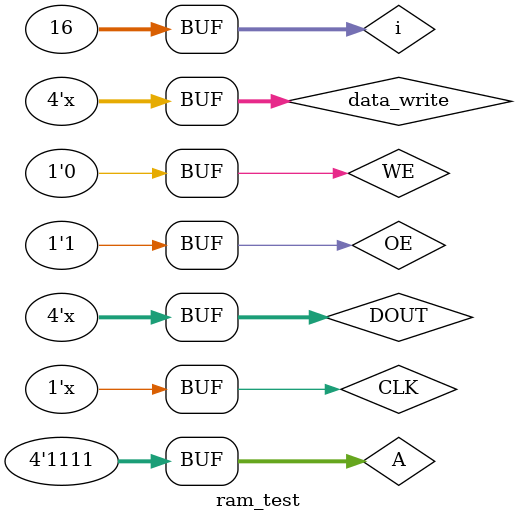
<source format=v>
module ram(A, CLK, OE, WE, DOUT);
input [3:0]A;
input CLK, OE, WE;
inout [3:0]DOUT;

reg[3:0] memorie[15:0];
reg[3:0] data_Read;

assign DOUT = data_Read;

always@(posedge CLK) begin
  if(OE == 0)
    data_Read=4'bz; // inalta impendanta
  else
  begin
    if(WE == 0)
      data_Read=memorie[A];
    else
      begin
       data_Read=4'bz;
       memorie[A]=DOUT;
      end
  end
end
endmodule

module ram_test();
wire [3:0]DOUT;
reg [3:0]A;
reg CLK, OE,WE;
reg [3:0]data_write;
integer i;

assign DOUT=data_write;
always #5 CLK=~CLK;

initial begin
   // Scriere in memorie
  data_write=0;
  WE=1;
  OE=1;
  CLK=0;
  A=0;
 for(i=0;i<16;i=i+1) begin
  #20 A = i;
  data_write = i;
 end 
 // Citire din memorie
 WE=0;
 data_write = 4'bz;
 for(i=0;i<16;i=i+1) begin
   #20 A = i;
  end
end
ram ram_component(A, CLK, OE, WE, DOUT);
endmodule

</source>
